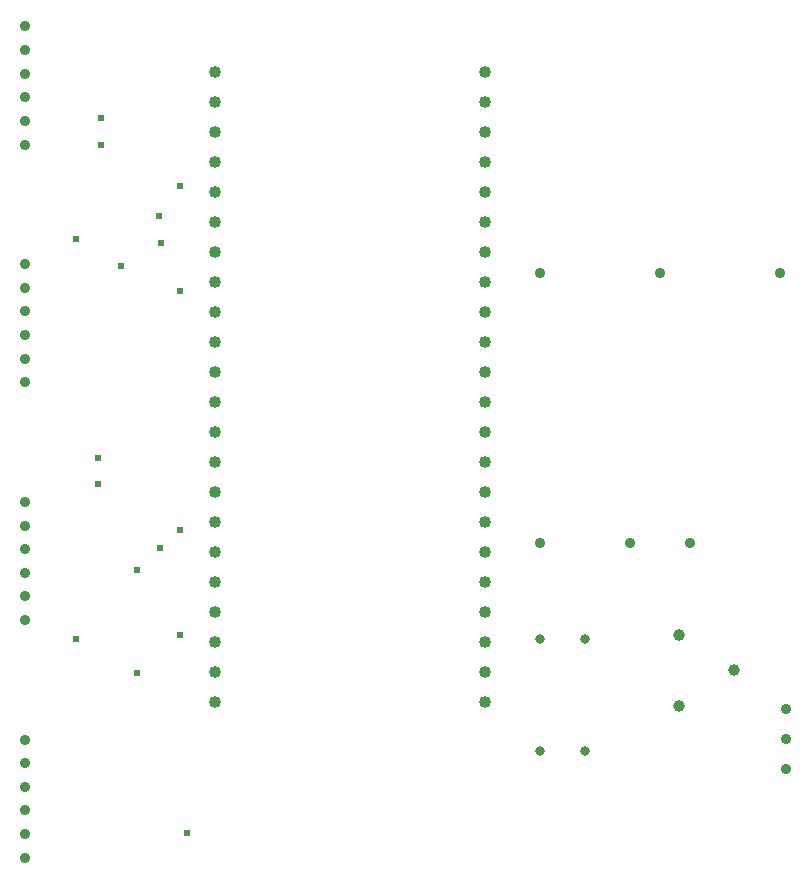
<source format=gbr>
G04 DesignSpark PCB Gerber Version 10.0 Build 5299*
G04 #@! TF.Part,Single*
G04 #@! TF.FilePolarity,Positive*
%FSLAX35Y35*%
%MOIN*%
G04 #@! TA.AperFunction,ViaDrill*
%ADD98C,0.02400*%
G04 #@! TA.AperFunction,ComponentDrill*
%ADD24C,0.03200*%
%ADD100C,0.03500*%
%ADD25C,0.03937*%
%ADD99C,0.04016*%
G04 #@! TD.AperFunction*
X0Y0D02*
D02*
D24*
X209261Y96072D03*
Y133474D03*
X224261Y96072D03*
Y133474D03*
D02*
D25*
X255521Y111328D03*
Y134950D03*
X274025Y123139D03*
D02*
D98*
X54734Y133474D03*
Y266840D03*
X62116Y185147D03*
Y194006D03*
X63100Y298336D03*
Y307194D03*
X69498Y257982D03*
X74911Y122155D03*
Y156604D03*
X82429Y274390D03*
X82785Y163986D03*
X82982Y265561D03*
X89183Y134950D03*
Y169891D03*
Y249398D03*
X89302Y284655D03*
X91643Y69006D03*
D02*
D99*
X101131Y112411D03*
Y122411D03*
Y132411D03*
Y142411D03*
Y152411D03*
Y162411D03*
Y172411D03*
Y182411D03*
Y192411D03*
Y202411D03*
Y212411D03*
Y222411D03*
Y232411D03*
Y242411D03*
Y252411D03*
Y262411D03*
Y272411D03*
Y282411D03*
Y292411D03*
Y302411D03*
Y312411D03*
Y322411D03*
X191131Y112411D03*
Y122411D03*
Y132411D03*
Y142411D03*
Y152411D03*
Y162411D03*
Y172411D03*
Y182411D03*
Y192411D03*
Y202411D03*
Y212411D03*
Y222411D03*
Y232411D03*
Y242411D03*
Y252411D03*
Y262411D03*
Y272411D03*
Y282411D03*
Y292411D03*
Y302411D03*
Y312411D03*
Y322411D03*
D02*
D100*
X37509Y60639D03*
Y68513D03*
Y76387D03*
Y84261D03*
Y92135D03*
Y100009D03*
Y139872D03*
Y147746D03*
Y155620D03*
Y163494D03*
Y171368D03*
Y179242D03*
Y219104D03*
Y226978D03*
Y234852D03*
Y242726D03*
Y250600D03*
Y258474D03*
Y298336D03*
Y306210D03*
Y314084D03*
Y321958D03*
Y329832D03*
Y337706D03*
X209261Y165521D03*
Y255521D03*
X239261Y165521D03*
X249261Y255521D03*
X259261Y165521D03*
X289261Y255521D03*
X291446Y90167D03*
Y100167D03*
Y110167D03*
X0Y0D02*
M02*

</source>
